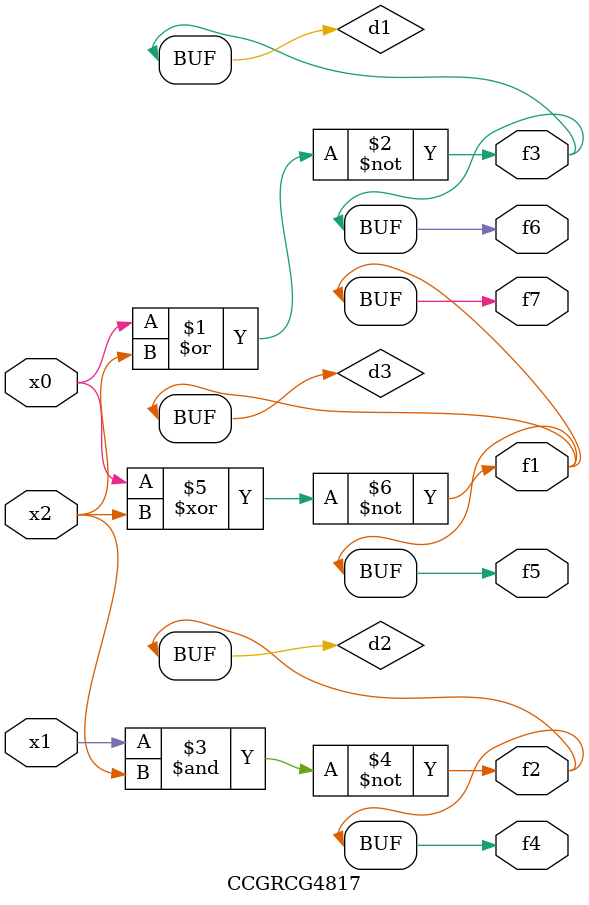
<source format=v>
module CCGRCG4817(
	input x0, x1, x2,
	output f1, f2, f3, f4, f5, f6, f7
);

	wire d1, d2, d3;

	nor (d1, x0, x2);
	nand (d2, x1, x2);
	xnor (d3, x0, x2);
	assign f1 = d3;
	assign f2 = d2;
	assign f3 = d1;
	assign f4 = d2;
	assign f5 = d3;
	assign f6 = d1;
	assign f7 = d3;
endmodule

</source>
